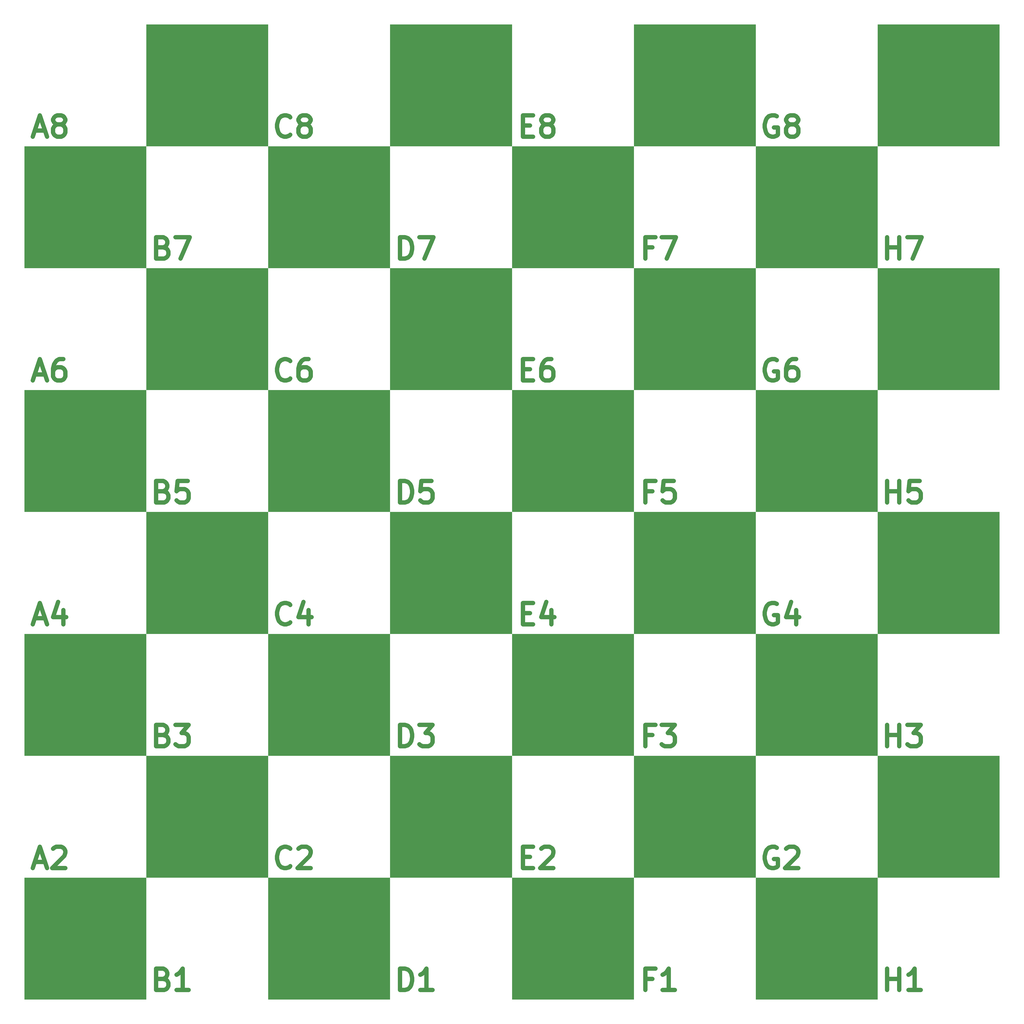
<source format=gbr>
%TF.GenerationSoftware,KiCad,Pcbnew,9.0.4*%
%TF.CreationDate,2025-10-05T06:40:32-04:00*%
%TF.ProjectId,tf_chess,74665f63-6865-4737-932e-6b696361645f,rev?*%
%TF.SameCoordinates,Original*%
%TF.FileFunction,Soldermask,Top*%
%TF.FilePolarity,Negative*%
%FSLAX46Y46*%
G04 Gerber Fmt 4.6, Leading zero omitted, Abs format (unit mm)*
G04 Created by KiCad (PCBNEW 9.0.4) date 2025-10-05 06:40:32*
%MOMM*%
%LPD*%
G01*
G04 APERTURE LIST*
%ADD10C,2.000000*%
G04 APERTURE END LIST*
G36*
X235500000Y-124000000D02*
G01*
X292500000Y-124000000D01*
X292500000Y-181000000D01*
X235500000Y-181000000D01*
X235500000Y-124000000D01*
G37*
G36*
X64500000Y-295000000D02*
G01*
X121500000Y-295000000D01*
X121500000Y-352000000D01*
X64500000Y-352000000D01*
X64500000Y-295000000D01*
G37*
G36*
X349500000Y-238000000D02*
G01*
X406500000Y-238000000D01*
X406500000Y-295000000D01*
X349500000Y-295000000D01*
X349500000Y-238000000D01*
G37*
G36*
X292500000Y-295000000D02*
G01*
X349500000Y-295000000D01*
X349500000Y-352000000D01*
X292500000Y-352000000D01*
X292500000Y-295000000D01*
G37*
G36*
X-49500000Y47000000D02*
G01*
X7500000Y47000000D01*
X7500000Y-10000000D01*
X-49500000Y-10000000D01*
X-49500000Y47000000D01*
G37*
G36*
X7500000Y104000000D02*
G01*
X64500000Y104000000D01*
X64500000Y47000000D01*
X7500000Y47000000D01*
X7500000Y104000000D01*
G37*
G36*
X178500000Y-181000000D02*
G01*
X235500000Y-181000000D01*
X235500000Y-238000000D01*
X178500000Y-238000000D01*
X178500000Y-181000000D01*
G37*
G36*
X292500000Y-67000000D02*
G01*
X349500000Y-67000000D01*
X349500000Y-124000000D01*
X292500000Y-124000000D01*
X292500000Y-67000000D01*
G37*
G36*
X178500000Y47000000D02*
G01*
X235500000Y47000000D01*
X235500000Y-10000000D01*
X178500000Y-10000000D01*
X178500000Y47000000D01*
G37*
G36*
X-49500000Y-181000000D02*
G01*
X7500000Y-181000000D01*
X7500000Y-238000000D01*
X-49500000Y-238000000D01*
X-49500000Y-181000000D01*
G37*
G36*
X235500000Y-238000000D02*
G01*
X292500000Y-238000000D01*
X292500000Y-295000000D01*
X235500000Y-295000000D01*
X235500000Y-238000000D01*
G37*
G36*
X292500000Y47000000D02*
G01*
X349500000Y47000000D01*
X349500000Y-10000000D01*
X292500000Y-10000000D01*
X292500000Y47000000D01*
G37*
G36*
X121500000Y-10000000D02*
G01*
X178500000Y-10000000D01*
X178500000Y-67000000D01*
X121500000Y-67000000D01*
X121500000Y-10000000D01*
G37*
G36*
X349500000Y-10000000D02*
G01*
X406500000Y-10000000D01*
X406500000Y-67000000D01*
X349500000Y-67000000D01*
X349500000Y-10000000D01*
G37*
G36*
X64500000Y-67000000D02*
G01*
X121500000Y-67000000D01*
X121500000Y-124000000D01*
X64500000Y-124000000D01*
X64500000Y-67000000D01*
G37*
G36*
X64500000Y47000000D02*
G01*
X121500000Y47000000D01*
X121500000Y-10000000D01*
X64500000Y-10000000D01*
X64500000Y47000000D01*
G37*
G36*
X-49500000Y-295000000D02*
G01*
X7500000Y-295000000D01*
X7500000Y-352000000D01*
X-49500000Y-352000000D01*
X-49500000Y-295000000D01*
G37*
G36*
X121500000Y-238000000D02*
G01*
X178500000Y-238000000D01*
X178500000Y-295000000D01*
X121500000Y-295000000D01*
X121500000Y-238000000D01*
G37*
G36*
X64500000Y-181000000D02*
G01*
X121500000Y-181000000D01*
X121500000Y-238000000D01*
X64500000Y-238000000D01*
X64500000Y-181000000D01*
G37*
G36*
X178500000Y-295000000D02*
G01*
X235500000Y-295000000D01*
X235500000Y-352000000D01*
X178500000Y-352000000D01*
X178500000Y-295000000D01*
G37*
G36*
X7500000Y-124000000D02*
G01*
X64500000Y-124000000D01*
X64500000Y-181000000D01*
X7500000Y-181000000D01*
X7500000Y-124000000D01*
G37*
G36*
X349500000Y104000000D02*
G01*
X406500000Y104000000D01*
X406500000Y47000000D01*
X349500000Y47000000D01*
X349500000Y104000000D01*
G37*
G36*
X235500000Y-10000000D02*
G01*
X292500000Y-10000000D01*
X292500000Y-67000000D01*
X235500000Y-67000000D01*
X235500000Y-10000000D01*
G37*
G36*
X121500000Y104000000D02*
G01*
X178500000Y104000000D01*
X178500000Y47000000D01*
X121500000Y47000000D01*
X121500000Y104000000D01*
G37*
G36*
X349500000Y-124000000D02*
G01*
X406500000Y-124000000D01*
X406500000Y-181000000D01*
X349500000Y-181000000D01*
X349500000Y-124000000D01*
G37*
G36*
X178500000Y-67000000D02*
G01*
X235500000Y-67000000D01*
X235500000Y-124000000D01*
X178500000Y-124000000D01*
X178500000Y-67000000D01*
G37*
G36*
X7500000Y-10000000D02*
G01*
X64500000Y-10000000D01*
X64500000Y-67000000D01*
X7500000Y-67000000D01*
X7500000Y-10000000D01*
G37*
G36*
X121500000Y-124000000D02*
G01*
X178500000Y-124000000D01*
X178500000Y-181000000D01*
X121500000Y-181000000D01*
X121500000Y-124000000D01*
G37*
G36*
X292500000Y-181000000D02*
G01*
X349500000Y-181000000D01*
X349500000Y-238000000D01*
X292500000Y-238000000D01*
X292500000Y-181000000D01*
G37*
G36*
X235500000Y104000000D02*
G01*
X292500000Y104000000D01*
X292500000Y47000000D01*
X235500000Y47000000D01*
X235500000Y104000000D01*
G37*
G36*
X-49500000Y-67000000D02*
G01*
X7500000Y-67000000D01*
X7500000Y-124000000D01*
X-49500000Y-124000000D01*
X-49500000Y-67000000D01*
G37*
G36*
X7500000Y-238000000D02*
G01*
X64500000Y-238000000D01*
X64500000Y-295000000D01*
X7500000Y-295000000D01*
X7500000Y-238000000D01*
G37*
D10*
X74833333Y-175569809D02*
X74357142Y-176046000D01*
X74357142Y-176046000D02*
X72928571Y-176522190D01*
X72928571Y-176522190D02*
X71976190Y-176522190D01*
X71976190Y-176522190D02*
X70547618Y-176046000D01*
X70547618Y-176046000D02*
X69595237Y-175093619D01*
X69595237Y-175093619D02*
X69119047Y-174141238D01*
X69119047Y-174141238D02*
X68642856Y-172236476D01*
X68642856Y-172236476D02*
X68642856Y-170807904D01*
X68642856Y-170807904D02*
X69119047Y-168903142D01*
X69119047Y-168903142D02*
X69595237Y-167950761D01*
X69595237Y-167950761D02*
X70547618Y-166998380D01*
X70547618Y-166998380D02*
X71976190Y-166522190D01*
X71976190Y-166522190D02*
X72928571Y-166522190D01*
X72928571Y-166522190D02*
X74357142Y-166998380D01*
X74357142Y-166998380D02*
X74833333Y-167474571D01*
X83404761Y-169855523D02*
X83404761Y-176522190D01*
X81023809Y-166046000D02*
X78642856Y-173188857D01*
X78642856Y-173188857D02*
X84833333Y-173188857D01*
X74833333Y52430190D02*
X74357142Y51954000D01*
X74357142Y51954000D02*
X72928571Y51477809D01*
X72928571Y51477809D02*
X71976190Y51477809D01*
X71976190Y51477809D02*
X70547618Y51954000D01*
X70547618Y51954000D02*
X69595237Y52906380D01*
X69595237Y52906380D02*
X69119047Y53858761D01*
X69119047Y53858761D02*
X68642856Y55763523D01*
X68642856Y55763523D02*
X68642856Y57192095D01*
X68642856Y57192095D02*
X69119047Y59096857D01*
X69119047Y59096857D02*
X69595237Y60049238D01*
X69595237Y60049238D02*
X70547618Y61001619D01*
X70547618Y61001619D02*
X71976190Y61477809D01*
X71976190Y61477809D02*
X72928571Y61477809D01*
X72928571Y61477809D02*
X74357142Y61001619D01*
X74357142Y61001619D02*
X74833333Y60525428D01*
X80547618Y57192095D02*
X79595237Y57668285D01*
X79595237Y57668285D02*
X79119047Y58144476D01*
X79119047Y58144476D02*
X78642856Y59096857D01*
X78642856Y59096857D02*
X78642856Y59573047D01*
X78642856Y59573047D02*
X79119047Y60525428D01*
X79119047Y60525428D02*
X79595237Y61001619D01*
X79595237Y61001619D02*
X80547618Y61477809D01*
X80547618Y61477809D02*
X82452380Y61477809D01*
X82452380Y61477809D02*
X83404761Y61001619D01*
X83404761Y61001619D02*
X83880952Y60525428D01*
X83880952Y60525428D02*
X84357142Y59573047D01*
X84357142Y59573047D02*
X84357142Y59096857D01*
X84357142Y59096857D02*
X83880952Y58144476D01*
X83880952Y58144476D02*
X83404761Y57668285D01*
X83404761Y57668285D02*
X82452380Y57192095D01*
X82452380Y57192095D02*
X80547618Y57192095D01*
X80547618Y57192095D02*
X79595237Y56715904D01*
X79595237Y56715904D02*
X79119047Y56239714D01*
X79119047Y56239714D02*
X78642856Y55287333D01*
X78642856Y55287333D02*
X78642856Y53382571D01*
X78642856Y53382571D02*
X79119047Y52430190D01*
X79119047Y52430190D02*
X79595237Y51954000D01*
X79595237Y51954000D02*
X80547618Y51477809D01*
X80547618Y51477809D02*
X82452380Y51477809D01*
X82452380Y51477809D02*
X83404761Y51954000D01*
X83404761Y51954000D02*
X83880952Y52430190D01*
X83880952Y52430190D02*
X84357142Y53382571D01*
X84357142Y53382571D02*
X84357142Y55287333D01*
X84357142Y55287333D02*
X83880952Y56239714D01*
X83880952Y56239714D02*
X83404761Y56715904D01*
X83404761Y56715904D02*
X82452380Y57192095D01*
X126119047Y-5522190D02*
X126119047Y4477809D01*
X126119047Y4477809D02*
X128499999Y4477809D01*
X128499999Y4477809D02*
X129928571Y4001619D01*
X129928571Y4001619D02*
X130880952Y3049238D01*
X130880952Y3049238D02*
X131357142Y2096857D01*
X131357142Y2096857D02*
X131833333Y192095D01*
X131833333Y192095D02*
X131833333Y-1236476D01*
X131833333Y-1236476D02*
X131357142Y-3141238D01*
X131357142Y-3141238D02*
X130880952Y-4093619D01*
X130880952Y-4093619D02*
X129928571Y-5046000D01*
X129928571Y-5046000D02*
X128499999Y-5522190D01*
X128499999Y-5522190D02*
X126119047Y-5522190D01*
X135166666Y4477809D02*
X141833333Y4477809D01*
X141833333Y4477809D02*
X137547618Y-5522190D01*
X15452380Y-342284095D02*
X16880952Y-342760285D01*
X16880952Y-342760285D02*
X17357142Y-343236476D01*
X17357142Y-343236476D02*
X17833333Y-344188857D01*
X17833333Y-344188857D02*
X17833333Y-345617428D01*
X17833333Y-345617428D02*
X17357142Y-346569809D01*
X17357142Y-346569809D02*
X16880952Y-347046000D01*
X16880952Y-347046000D02*
X15928571Y-347522190D01*
X15928571Y-347522190D02*
X12119047Y-347522190D01*
X12119047Y-347522190D02*
X12119047Y-337522190D01*
X12119047Y-337522190D02*
X15452380Y-337522190D01*
X15452380Y-337522190D02*
X16404761Y-337998380D01*
X16404761Y-337998380D02*
X16880952Y-338474571D01*
X16880952Y-338474571D02*
X17357142Y-339426952D01*
X17357142Y-339426952D02*
X17357142Y-340379333D01*
X17357142Y-340379333D02*
X16880952Y-341331714D01*
X16880952Y-341331714D02*
X16404761Y-341807904D01*
X16404761Y-341807904D02*
X15452380Y-342284095D01*
X15452380Y-342284095D02*
X12119047Y-342284095D01*
X27357142Y-347522190D02*
X21642856Y-347522190D01*
X24499999Y-347522190D02*
X24499999Y-337522190D01*
X24499999Y-337522190D02*
X23547618Y-338950761D01*
X23547618Y-338950761D02*
X22595237Y-339903142D01*
X22595237Y-339903142D02*
X21642856Y-340379333D01*
X-44642857Y-173665047D02*
X-39880952Y-173665047D01*
X-45595238Y-176522190D02*
X-42261904Y-166522190D01*
X-42261904Y-166522190D02*
X-38928571Y-176522190D01*
X-31309523Y-169855523D02*
X-31309523Y-176522190D01*
X-33690475Y-166046000D02*
X-36071428Y-173188857D01*
X-36071428Y-173188857D02*
X-29880951Y-173188857D01*
X183595238Y56715904D02*
X186928571Y56715904D01*
X188357143Y51477809D02*
X183595238Y51477809D01*
X183595238Y51477809D02*
X183595238Y61477809D01*
X183595238Y61477809D02*
X188357143Y61477809D01*
X194071428Y57192095D02*
X193119047Y57668285D01*
X193119047Y57668285D02*
X192642857Y58144476D01*
X192642857Y58144476D02*
X192166666Y59096857D01*
X192166666Y59096857D02*
X192166666Y59573047D01*
X192166666Y59573047D02*
X192642857Y60525428D01*
X192642857Y60525428D02*
X193119047Y61001619D01*
X193119047Y61001619D02*
X194071428Y61477809D01*
X194071428Y61477809D02*
X195976190Y61477809D01*
X195976190Y61477809D02*
X196928571Y61001619D01*
X196928571Y61001619D02*
X197404762Y60525428D01*
X197404762Y60525428D02*
X197880952Y59573047D01*
X197880952Y59573047D02*
X197880952Y59096857D01*
X197880952Y59096857D02*
X197404762Y58144476D01*
X197404762Y58144476D02*
X196928571Y57668285D01*
X196928571Y57668285D02*
X195976190Y57192095D01*
X195976190Y57192095D02*
X194071428Y57192095D01*
X194071428Y57192095D02*
X193119047Y56715904D01*
X193119047Y56715904D02*
X192642857Y56239714D01*
X192642857Y56239714D02*
X192166666Y55287333D01*
X192166666Y55287333D02*
X192166666Y53382571D01*
X192166666Y53382571D02*
X192642857Y52430190D01*
X192642857Y52430190D02*
X193119047Y51954000D01*
X193119047Y51954000D02*
X194071428Y51477809D01*
X194071428Y51477809D02*
X195976190Y51477809D01*
X195976190Y51477809D02*
X196928571Y51954000D01*
X196928571Y51954000D02*
X197404762Y52430190D01*
X197404762Y52430190D02*
X197880952Y53382571D01*
X197880952Y53382571D02*
X197880952Y55287333D01*
X197880952Y55287333D02*
X197404762Y56239714D01*
X197404762Y56239714D02*
X196928571Y56715904D01*
X196928571Y56715904D02*
X195976190Y57192095D01*
X-44642857Y54334952D02*
X-39880952Y54334952D01*
X-45595238Y51477809D02*
X-42261904Y61477809D01*
X-42261904Y61477809D02*
X-38928571Y51477809D01*
X-34166666Y57192095D02*
X-35119047Y57668285D01*
X-35119047Y57668285D02*
X-35595237Y58144476D01*
X-35595237Y58144476D02*
X-36071428Y59096857D01*
X-36071428Y59096857D02*
X-36071428Y59573047D01*
X-36071428Y59573047D02*
X-35595237Y60525428D01*
X-35595237Y60525428D02*
X-35119047Y61001619D01*
X-35119047Y61001619D02*
X-34166666Y61477809D01*
X-34166666Y61477809D02*
X-32261904Y61477809D01*
X-32261904Y61477809D02*
X-31309523Y61001619D01*
X-31309523Y61001619D02*
X-30833332Y60525428D01*
X-30833332Y60525428D02*
X-30357142Y59573047D01*
X-30357142Y59573047D02*
X-30357142Y59096857D01*
X-30357142Y59096857D02*
X-30833332Y58144476D01*
X-30833332Y58144476D02*
X-31309523Y57668285D01*
X-31309523Y57668285D02*
X-32261904Y57192095D01*
X-32261904Y57192095D02*
X-34166666Y57192095D01*
X-34166666Y57192095D02*
X-35119047Y56715904D01*
X-35119047Y56715904D02*
X-35595237Y56239714D01*
X-35595237Y56239714D02*
X-36071428Y55287333D01*
X-36071428Y55287333D02*
X-36071428Y53382571D01*
X-36071428Y53382571D02*
X-35595237Y52430190D01*
X-35595237Y52430190D02*
X-35119047Y51954000D01*
X-35119047Y51954000D02*
X-34166666Y51477809D01*
X-34166666Y51477809D02*
X-32261904Y51477809D01*
X-32261904Y51477809D02*
X-31309523Y51954000D01*
X-31309523Y51954000D02*
X-30833332Y52430190D01*
X-30833332Y52430190D02*
X-30357142Y53382571D01*
X-30357142Y53382571D02*
X-30357142Y55287333D01*
X-30357142Y55287333D02*
X-30833332Y56239714D01*
X-30833332Y56239714D02*
X-31309523Y56715904D01*
X-31309523Y56715904D02*
X-32261904Y57192095D01*
X353880952Y-5522190D02*
X353880952Y4477809D01*
X353880952Y-284095D02*
X359595238Y-284095D01*
X359595238Y-5522190D02*
X359595238Y4477809D01*
X363404761Y4477809D02*
X370071428Y4477809D01*
X370071428Y4477809D02*
X365785713Y-5522190D01*
X353880952Y-119522190D02*
X353880952Y-109522190D01*
X353880952Y-114284095D02*
X359595238Y-114284095D01*
X359595238Y-119522190D02*
X359595238Y-109522190D01*
X369119047Y-109522190D02*
X364357142Y-109522190D01*
X364357142Y-109522190D02*
X363880951Y-114284095D01*
X363880951Y-114284095D02*
X364357142Y-113807904D01*
X364357142Y-113807904D02*
X365309523Y-113331714D01*
X365309523Y-113331714D02*
X367690475Y-113331714D01*
X367690475Y-113331714D02*
X368642856Y-113807904D01*
X368642856Y-113807904D02*
X369119047Y-114284095D01*
X369119047Y-114284095D02*
X369595237Y-115236476D01*
X369595237Y-115236476D02*
X369595237Y-117617428D01*
X369595237Y-117617428D02*
X369119047Y-118569809D01*
X369119047Y-118569809D02*
X368642856Y-119046000D01*
X368642856Y-119046000D02*
X367690475Y-119522190D01*
X367690475Y-119522190D02*
X365309523Y-119522190D01*
X365309523Y-119522190D02*
X364357142Y-119046000D01*
X364357142Y-119046000D02*
X363880951Y-118569809D01*
X244166666Y-284095D02*
X240833333Y-284095D01*
X240833333Y-5522190D02*
X240833333Y4477809D01*
X240833333Y4477809D02*
X245595238Y4477809D01*
X248452381Y4477809D02*
X255119048Y4477809D01*
X255119048Y4477809D02*
X250833333Y-5522190D01*
X-44642857Y-59665047D02*
X-39880952Y-59665047D01*
X-45595238Y-62522190D02*
X-42261904Y-52522190D01*
X-42261904Y-52522190D02*
X-38928571Y-62522190D01*
X-31309523Y-52522190D02*
X-33214285Y-52522190D01*
X-33214285Y-52522190D02*
X-34166666Y-52998380D01*
X-34166666Y-52998380D02*
X-34642856Y-53474571D01*
X-34642856Y-53474571D02*
X-35595237Y-54903142D01*
X-35595237Y-54903142D02*
X-36071428Y-56807904D01*
X-36071428Y-56807904D02*
X-36071428Y-60617428D01*
X-36071428Y-60617428D02*
X-35595237Y-61569809D01*
X-35595237Y-61569809D02*
X-35119047Y-62046000D01*
X-35119047Y-62046000D02*
X-34166666Y-62522190D01*
X-34166666Y-62522190D02*
X-32261904Y-62522190D01*
X-32261904Y-62522190D02*
X-31309523Y-62046000D01*
X-31309523Y-62046000D02*
X-30833332Y-61569809D01*
X-30833332Y-61569809D02*
X-30357142Y-60617428D01*
X-30357142Y-60617428D02*
X-30357142Y-58236476D01*
X-30357142Y-58236476D02*
X-30833332Y-57284095D01*
X-30833332Y-57284095D02*
X-31309523Y-56807904D01*
X-31309523Y-56807904D02*
X-32261904Y-56331714D01*
X-32261904Y-56331714D02*
X-34166666Y-56331714D01*
X-34166666Y-56331714D02*
X-35119047Y-56807904D01*
X-35119047Y-56807904D02*
X-35595237Y-57284095D01*
X-35595237Y-57284095D02*
X-36071428Y-58236476D01*
X183595238Y-285284095D02*
X186928571Y-285284095D01*
X188357143Y-290522190D02*
X183595238Y-290522190D01*
X183595238Y-290522190D02*
X183595238Y-280522190D01*
X183595238Y-280522190D02*
X188357143Y-280522190D01*
X192166666Y-281474571D02*
X192642857Y-280998380D01*
X192642857Y-280998380D02*
X193595238Y-280522190D01*
X193595238Y-280522190D02*
X195976190Y-280522190D01*
X195976190Y-280522190D02*
X196928571Y-280998380D01*
X196928571Y-280998380D02*
X197404762Y-281474571D01*
X197404762Y-281474571D02*
X197880952Y-282426952D01*
X197880952Y-282426952D02*
X197880952Y-283379333D01*
X197880952Y-283379333D02*
X197404762Y-284807904D01*
X197404762Y-284807904D02*
X191690476Y-290522190D01*
X191690476Y-290522190D02*
X197880952Y-290522190D01*
X126119047Y-347522190D02*
X126119047Y-337522190D01*
X126119047Y-337522190D02*
X128499999Y-337522190D01*
X128499999Y-337522190D02*
X129928571Y-337998380D01*
X129928571Y-337998380D02*
X130880952Y-338950761D01*
X130880952Y-338950761D02*
X131357142Y-339903142D01*
X131357142Y-339903142D02*
X131833333Y-341807904D01*
X131833333Y-341807904D02*
X131833333Y-343236476D01*
X131833333Y-343236476D02*
X131357142Y-345141238D01*
X131357142Y-345141238D02*
X130880952Y-346093619D01*
X130880952Y-346093619D02*
X129928571Y-347046000D01*
X129928571Y-347046000D02*
X128499999Y-347522190D01*
X128499999Y-347522190D02*
X126119047Y-347522190D01*
X141357142Y-347522190D02*
X135642856Y-347522190D01*
X138499999Y-347522190D02*
X138499999Y-337522190D01*
X138499999Y-337522190D02*
X137547618Y-338950761D01*
X137547618Y-338950761D02*
X136595237Y-339903142D01*
X136595237Y-339903142D02*
X135642856Y-340379333D01*
X302357142Y-52998380D02*
X301404761Y-52522190D01*
X301404761Y-52522190D02*
X299976190Y-52522190D01*
X299976190Y-52522190D02*
X298547618Y-52998380D01*
X298547618Y-52998380D02*
X297595237Y-53950761D01*
X297595237Y-53950761D02*
X297119047Y-54903142D01*
X297119047Y-54903142D02*
X296642856Y-56807904D01*
X296642856Y-56807904D02*
X296642856Y-58236476D01*
X296642856Y-58236476D02*
X297119047Y-60141238D01*
X297119047Y-60141238D02*
X297595237Y-61093619D01*
X297595237Y-61093619D02*
X298547618Y-62046000D01*
X298547618Y-62046000D02*
X299976190Y-62522190D01*
X299976190Y-62522190D02*
X300928571Y-62522190D01*
X300928571Y-62522190D02*
X302357142Y-62046000D01*
X302357142Y-62046000D02*
X302833333Y-61569809D01*
X302833333Y-61569809D02*
X302833333Y-58236476D01*
X302833333Y-58236476D02*
X300928571Y-58236476D01*
X311404761Y-52522190D02*
X309499999Y-52522190D01*
X309499999Y-52522190D02*
X308547618Y-52998380D01*
X308547618Y-52998380D02*
X308071428Y-53474571D01*
X308071428Y-53474571D02*
X307119047Y-54903142D01*
X307119047Y-54903142D02*
X306642856Y-56807904D01*
X306642856Y-56807904D02*
X306642856Y-60617428D01*
X306642856Y-60617428D02*
X307119047Y-61569809D01*
X307119047Y-61569809D02*
X307595237Y-62046000D01*
X307595237Y-62046000D02*
X308547618Y-62522190D01*
X308547618Y-62522190D02*
X310452380Y-62522190D01*
X310452380Y-62522190D02*
X311404761Y-62046000D01*
X311404761Y-62046000D02*
X311880952Y-61569809D01*
X311880952Y-61569809D02*
X312357142Y-60617428D01*
X312357142Y-60617428D02*
X312357142Y-58236476D01*
X312357142Y-58236476D02*
X311880952Y-57284095D01*
X311880952Y-57284095D02*
X311404761Y-56807904D01*
X311404761Y-56807904D02*
X310452380Y-56331714D01*
X310452380Y-56331714D02*
X308547618Y-56331714D01*
X308547618Y-56331714D02*
X307595237Y-56807904D01*
X307595237Y-56807904D02*
X307119047Y-57284095D01*
X307119047Y-57284095D02*
X306642856Y-58236476D01*
X74833333Y-61569809D02*
X74357142Y-62046000D01*
X74357142Y-62046000D02*
X72928571Y-62522190D01*
X72928571Y-62522190D02*
X71976190Y-62522190D01*
X71976190Y-62522190D02*
X70547618Y-62046000D01*
X70547618Y-62046000D02*
X69595237Y-61093619D01*
X69595237Y-61093619D02*
X69119047Y-60141238D01*
X69119047Y-60141238D02*
X68642856Y-58236476D01*
X68642856Y-58236476D02*
X68642856Y-56807904D01*
X68642856Y-56807904D02*
X69119047Y-54903142D01*
X69119047Y-54903142D02*
X69595237Y-53950761D01*
X69595237Y-53950761D02*
X70547618Y-52998380D01*
X70547618Y-52998380D02*
X71976190Y-52522190D01*
X71976190Y-52522190D02*
X72928571Y-52522190D01*
X72928571Y-52522190D02*
X74357142Y-52998380D01*
X74357142Y-52998380D02*
X74833333Y-53474571D01*
X83404761Y-52522190D02*
X81499999Y-52522190D01*
X81499999Y-52522190D02*
X80547618Y-52998380D01*
X80547618Y-52998380D02*
X80071428Y-53474571D01*
X80071428Y-53474571D02*
X79119047Y-54903142D01*
X79119047Y-54903142D02*
X78642856Y-56807904D01*
X78642856Y-56807904D02*
X78642856Y-60617428D01*
X78642856Y-60617428D02*
X79119047Y-61569809D01*
X79119047Y-61569809D02*
X79595237Y-62046000D01*
X79595237Y-62046000D02*
X80547618Y-62522190D01*
X80547618Y-62522190D02*
X82452380Y-62522190D01*
X82452380Y-62522190D02*
X83404761Y-62046000D01*
X83404761Y-62046000D02*
X83880952Y-61569809D01*
X83880952Y-61569809D02*
X84357142Y-60617428D01*
X84357142Y-60617428D02*
X84357142Y-58236476D01*
X84357142Y-58236476D02*
X83880952Y-57284095D01*
X83880952Y-57284095D02*
X83404761Y-56807904D01*
X83404761Y-56807904D02*
X82452380Y-56331714D01*
X82452380Y-56331714D02*
X80547618Y-56331714D01*
X80547618Y-56331714D02*
X79595237Y-56807904D01*
X79595237Y-56807904D02*
X79119047Y-57284095D01*
X79119047Y-57284095D02*
X78642856Y-58236476D01*
X302357142Y61001619D02*
X301404761Y61477809D01*
X301404761Y61477809D02*
X299976190Y61477809D01*
X299976190Y61477809D02*
X298547618Y61001619D01*
X298547618Y61001619D02*
X297595237Y60049238D01*
X297595237Y60049238D02*
X297119047Y59096857D01*
X297119047Y59096857D02*
X296642856Y57192095D01*
X296642856Y57192095D02*
X296642856Y55763523D01*
X296642856Y55763523D02*
X297119047Y53858761D01*
X297119047Y53858761D02*
X297595237Y52906380D01*
X297595237Y52906380D02*
X298547618Y51954000D01*
X298547618Y51954000D02*
X299976190Y51477809D01*
X299976190Y51477809D02*
X300928571Y51477809D01*
X300928571Y51477809D02*
X302357142Y51954000D01*
X302357142Y51954000D02*
X302833333Y52430190D01*
X302833333Y52430190D02*
X302833333Y55763523D01*
X302833333Y55763523D02*
X300928571Y55763523D01*
X308547618Y57192095D02*
X307595237Y57668285D01*
X307595237Y57668285D02*
X307119047Y58144476D01*
X307119047Y58144476D02*
X306642856Y59096857D01*
X306642856Y59096857D02*
X306642856Y59573047D01*
X306642856Y59573047D02*
X307119047Y60525428D01*
X307119047Y60525428D02*
X307595237Y61001619D01*
X307595237Y61001619D02*
X308547618Y61477809D01*
X308547618Y61477809D02*
X310452380Y61477809D01*
X310452380Y61477809D02*
X311404761Y61001619D01*
X311404761Y61001619D02*
X311880952Y60525428D01*
X311880952Y60525428D02*
X312357142Y59573047D01*
X312357142Y59573047D02*
X312357142Y59096857D01*
X312357142Y59096857D02*
X311880952Y58144476D01*
X311880952Y58144476D02*
X311404761Y57668285D01*
X311404761Y57668285D02*
X310452380Y57192095D01*
X310452380Y57192095D02*
X308547618Y57192095D01*
X308547618Y57192095D02*
X307595237Y56715904D01*
X307595237Y56715904D02*
X307119047Y56239714D01*
X307119047Y56239714D02*
X306642856Y55287333D01*
X306642856Y55287333D02*
X306642856Y53382571D01*
X306642856Y53382571D02*
X307119047Y52430190D01*
X307119047Y52430190D02*
X307595237Y51954000D01*
X307595237Y51954000D02*
X308547618Y51477809D01*
X308547618Y51477809D02*
X310452380Y51477809D01*
X310452380Y51477809D02*
X311404761Y51954000D01*
X311404761Y51954000D02*
X311880952Y52430190D01*
X311880952Y52430190D02*
X312357142Y53382571D01*
X312357142Y53382571D02*
X312357142Y55287333D01*
X312357142Y55287333D02*
X311880952Y56239714D01*
X311880952Y56239714D02*
X311404761Y56715904D01*
X311404761Y56715904D02*
X310452380Y57192095D01*
X15452380Y-284095D02*
X16880952Y-760285D01*
X16880952Y-760285D02*
X17357142Y-1236476D01*
X17357142Y-1236476D02*
X17833333Y-2188857D01*
X17833333Y-2188857D02*
X17833333Y-3617428D01*
X17833333Y-3617428D02*
X17357142Y-4569809D01*
X17357142Y-4569809D02*
X16880952Y-5046000D01*
X16880952Y-5046000D02*
X15928571Y-5522190D01*
X15928571Y-5522190D02*
X12119047Y-5522190D01*
X12119047Y-5522190D02*
X12119047Y4477809D01*
X12119047Y4477809D02*
X15452380Y4477809D01*
X15452380Y4477809D02*
X16404761Y4001619D01*
X16404761Y4001619D02*
X16880952Y3525428D01*
X16880952Y3525428D02*
X17357142Y2573047D01*
X17357142Y2573047D02*
X17357142Y1620666D01*
X17357142Y1620666D02*
X16880952Y668285D01*
X16880952Y668285D02*
X16404761Y192095D01*
X16404761Y192095D02*
X15452380Y-284095D01*
X15452380Y-284095D02*
X12119047Y-284095D01*
X21166666Y4477809D02*
X27833333Y4477809D01*
X27833333Y4477809D02*
X23547618Y-5522190D01*
X244166666Y-114284095D02*
X240833333Y-114284095D01*
X240833333Y-119522190D02*
X240833333Y-109522190D01*
X240833333Y-109522190D02*
X245595238Y-109522190D01*
X254166667Y-109522190D02*
X249404762Y-109522190D01*
X249404762Y-109522190D02*
X248928571Y-114284095D01*
X248928571Y-114284095D02*
X249404762Y-113807904D01*
X249404762Y-113807904D02*
X250357143Y-113331714D01*
X250357143Y-113331714D02*
X252738095Y-113331714D01*
X252738095Y-113331714D02*
X253690476Y-113807904D01*
X253690476Y-113807904D02*
X254166667Y-114284095D01*
X254166667Y-114284095D02*
X254642857Y-115236476D01*
X254642857Y-115236476D02*
X254642857Y-117617428D01*
X254642857Y-117617428D02*
X254166667Y-118569809D01*
X254166667Y-118569809D02*
X253690476Y-119046000D01*
X253690476Y-119046000D02*
X252738095Y-119522190D01*
X252738095Y-119522190D02*
X250357143Y-119522190D01*
X250357143Y-119522190D02*
X249404762Y-119046000D01*
X249404762Y-119046000D02*
X248928571Y-118569809D01*
X302357142Y-280998380D02*
X301404761Y-280522190D01*
X301404761Y-280522190D02*
X299976190Y-280522190D01*
X299976190Y-280522190D02*
X298547618Y-280998380D01*
X298547618Y-280998380D02*
X297595237Y-281950761D01*
X297595237Y-281950761D02*
X297119047Y-282903142D01*
X297119047Y-282903142D02*
X296642856Y-284807904D01*
X296642856Y-284807904D02*
X296642856Y-286236476D01*
X296642856Y-286236476D02*
X297119047Y-288141238D01*
X297119047Y-288141238D02*
X297595237Y-289093619D01*
X297595237Y-289093619D02*
X298547618Y-290046000D01*
X298547618Y-290046000D02*
X299976190Y-290522190D01*
X299976190Y-290522190D02*
X300928571Y-290522190D01*
X300928571Y-290522190D02*
X302357142Y-290046000D01*
X302357142Y-290046000D02*
X302833333Y-289569809D01*
X302833333Y-289569809D02*
X302833333Y-286236476D01*
X302833333Y-286236476D02*
X300928571Y-286236476D01*
X306642856Y-281474571D02*
X307119047Y-280998380D01*
X307119047Y-280998380D02*
X308071428Y-280522190D01*
X308071428Y-280522190D02*
X310452380Y-280522190D01*
X310452380Y-280522190D02*
X311404761Y-280998380D01*
X311404761Y-280998380D02*
X311880952Y-281474571D01*
X311880952Y-281474571D02*
X312357142Y-282426952D01*
X312357142Y-282426952D02*
X312357142Y-283379333D01*
X312357142Y-283379333D02*
X311880952Y-284807904D01*
X311880952Y-284807904D02*
X306166666Y-290522190D01*
X306166666Y-290522190D02*
X312357142Y-290522190D01*
X15452380Y-228284095D02*
X16880952Y-228760285D01*
X16880952Y-228760285D02*
X17357142Y-229236476D01*
X17357142Y-229236476D02*
X17833333Y-230188857D01*
X17833333Y-230188857D02*
X17833333Y-231617428D01*
X17833333Y-231617428D02*
X17357142Y-232569809D01*
X17357142Y-232569809D02*
X16880952Y-233046000D01*
X16880952Y-233046000D02*
X15928571Y-233522190D01*
X15928571Y-233522190D02*
X12119047Y-233522190D01*
X12119047Y-233522190D02*
X12119047Y-223522190D01*
X12119047Y-223522190D02*
X15452380Y-223522190D01*
X15452380Y-223522190D02*
X16404761Y-223998380D01*
X16404761Y-223998380D02*
X16880952Y-224474571D01*
X16880952Y-224474571D02*
X17357142Y-225426952D01*
X17357142Y-225426952D02*
X17357142Y-226379333D01*
X17357142Y-226379333D02*
X16880952Y-227331714D01*
X16880952Y-227331714D02*
X16404761Y-227807904D01*
X16404761Y-227807904D02*
X15452380Y-228284095D01*
X15452380Y-228284095D02*
X12119047Y-228284095D01*
X21166666Y-223522190D02*
X27357142Y-223522190D01*
X27357142Y-223522190D02*
X24023809Y-227331714D01*
X24023809Y-227331714D02*
X25452380Y-227331714D01*
X25452380Y-227331714D02*
X26404761Y-227807904D01*
X26404761Y-227807904D02*
X26880952Y-228284095D01*
X26880952Y-228284095D02*
X27357142Y-229236476D01*
X27357142Y-229236476D02*
X27357142Y-231617428D01*
X27357142Y-231617428D02*
X26880952Y-232569809D01*
X26880952Y-232569809D02*
X26404761Y-233046000D01*
X26404761Y-233046000D02*
X25452380Y-233522190D01*
X25452380Y-233522190D02*
X22595237Y-233522190D01*
X22595237Y-233522190D02*
X21642856Y-233046000D01*
X21642856Y-233046000D02*
X21166666Y-232569809D01*
X74833333Y-289569809D02*
X74357142Y-290046000D01*
X74357142Y-290046000D02*
X72928571Y-290522190D01*
X72928571Y-290522190D02*
X71976190Y-290522190D01*
X71976190Y-290522190D02*
X70547618Y-290046000D01*
X70547618Y-290046000D02*
X69595237Y-289093619D01*
X69595237Y-289093619D02*
X69119047Y-288141238D01*
X69119047Y-288141238D02*
X68642856Y-286236476D01*
X68642856Y-286236476D02*
X68642856Y-284807904D01*
X68642856Y-284807904D02*
X69119047Y-282903142D01*
X69119047Y-282903142D02*
X69595237Y-281950761D01*
X69595237Y-281950761D02*
X70547618Y-280998380D01*
X70547618Y-280998380D02*
X71976190Y-280522190D01*
X71976190Y-280522190D02*
X72928571Y-280522190D01*
X72928571Y-280522190D02*
X74357142Y-280998380D01*
X74357142Y-280998380D02*
X74833333Y-281474571D01*
X78642856Y-281474571D02*
X79119047Y-280998380D01*
X79119047Y-280998380D02*
X80071428Y-280522190D01*
X80071428Y-280522190D02*
X82452380Y-280522190D01*
X82452380Y-280522190D02*
X83404761Y-280998380D01*
X83404761Y-280998380D02*
X83880952Y-281474571D01*
X83880952Y-281474571D02*
X84357142Y-282426952D01*
X84357142Y-282426952D02*
X84357142Y-283379333D01*
X84357142Y-283379333D02*
X83880952Y-284807904D01*
X83880952Y-284807904D02*
X78166666Y-290522190D01*
X78166666Y-290522190D02*
X84357142Y-290522190D01*
X15452380Y-114284095D02*
X16880952Y-114760285D01*
X16880952Y-114760285D02*
X17357142Y-115236476D01*
X17357142Y-115236476D02*
X17833333Y-116188857D01*
X17833333Y-116188857D02*
X17833333Y-117617428D01*
X17833333Y-117617428D02*
X17357142Y-118569809D01*
X17357142Y-118569809D02*
X16880952Y-119046000D01*
X16880952Y-119046000D02*
X15928571Y-119522190D01*
X15928571Y-119522190D02*
X12119047Y-119522190D01*
X12119047Y-119522190D02*
X12119047Y-109522190D01*
X12119047Y-109522190D02*
X15452380Y-109522190D01*
X15452380Y-109522190D02*
X16404761Y-109998380D01*
X16404761Y-109998380D02*
X16880952Y-110474571D01*
X16880952Y-110474571D02*
X17357142Y-111426952D01*
X17357142Y-111426952D02*
X17357142Y-112379333D01*
X17357142Y-112379333D02*
X16880952Y-113331714D01*
X16880952Y-113331714D02*
X16404761Y-113807904D01*
X16404761Y-113807904D02*
X15452380Y-114284095D01*
X15452380Y-114284095D02*
X12119047Y-114284095D01*
X26880952Y-109522190D02*
X22119047Y-109522190D01*
X22119047Y-109522190D02*
X21642856Y-114284095D01*
X21642856Y-114284095D02*
X22119047Y-113807904D01*
X22119047Y-113807904D02*
X23071428Y-113331714D01*
X23071428Y-113331714D02*
X25452380Y-113331714D01*
X25452380Y-113331714D02*
X26404761Y-113807904D01*
X26404761Y-113807904D02*
X26880952Y-114284095D01*
X26880952Y-114284095D02*
X27357142Y-115236476D01*
X27357142Y-115236476D02*
X27357142Y-117617428D01*
X27357142Y-117617428D02*
X26880952Y-118569809D01*
X26880952Y-118569809D02*
X26404761Y-119046000D01*
X26404761Y-119046000D02*
X25452380Y-119522190D01*
X25452380Y-119522190D02*
X23071428Y-119522190D01*
X23071428Y-119522190D02*
X22119047Y-119046000D01*
X22119047Y-119046000D02*
X21642856Y-118569809D01*
X126119047Y-119522190D02*
X126119047Y-109522190D01*
X126119047Y-109522190D02*
X128499999Y-109522190D01*
X128499999Y-109522190D02*
X129928571Y-109998380D01*
X129928571Y-109998380D02*
X130880952Y-110950761D01*
X130880952Y-110950761D02*
X131357142Y-111903142D01*
X131357142Y-111903142D02*
X131833333Y-113807904D01*
X131833333Y-113807904D02*
X131833333Y-115236476D01*
X131833333Y-115236476D02*
X131357142Y-117141238D01*
X131357142Y-117141238D02*
X130880952Y-118093619D01*
X130880952Y-118093619D02*
X129928571Y-119046000D01*
X129928571Y-119046000D02*
X128499999Y-119522190D01*
X128499999Y-119522190D02*
X126119047Y-119522190D01*
X140880952Y-109522190D02*
X136119047Y-109522190D01*
X136119047Y-109522190D02*
X135642856Y-114284095D01*
X135642856Y-114284095D02*
X136119047Y-113807904D01*
X136119047Y-113807904D02*
X137071428Y-113331714D01*
X137071428Y-113331714D02*
X139452380Y-113331714D01*
X139452380Y-113331714D02*
X140404761Y-113807904D01*
X140404761Y-113807904D02*
X140880952Y-114284095D01*
X140880952Y-114284095D02*
X141357142Y-115236476D01*
X141357142Y-115236476D02*
X141357142Y-117617428D01*
X141357142Y-117617428D02*
X140880952Y-118569809D01*
X140880952Y-118569809D02*
X140404761Y-119046000D01*
X140404761Y-119046000D02*
X139452380Y-119522190D01*
X139452380Y-119522190D02*
X137071428Y-119522190D01*
X137071428Y-119522190D02*
X136119047Y-119046000D01*
X136119047Y-119046000D02*
X135642856Y-118569809D01*
X244166666Y-342284095D02*
X240833333Y-342284095D01*
X240833333Y-347522190D02*
X240833333Y-337522190D01*
X240833333Y-337522190D02*
X245595238Y-337522190D01*
X254642857Y-347522190D02*
X248928571Y-347522190D01*
X251785714Y-347522190D02*
X251785714Y-337522190D01*
X251785714Y-337522190D02*
X250833333Y-338950761D01*
X250833333Y-338950761D02*
X249880952Y-339903142D01*
X249880952Y-339903142D02*
X248928571Y-340379333D01*
X-44642857Y-287665047D02*
X-39880952Y-287665047D01*
X-45595238Y-290522190D02*
X-42261904Y-280522190D01*
X-42261904Y-280522190D02*
X-38928571Y-290522190D01*
X-36071428Y-281474571D02*
X-35595237Y-280998380D01*
X-35595237Y-280998380D02*
X-34642856Y-280522190D01*
X-34642856Y-280522190D02*
X-32261904Y-280522190D01*
X-32261904Y-280522190D02*
X-31309523Y-280998380D01*
X-31309523Y-280998380D02*
X-30833332Y-281474571D01*
X-30833332Y-281474571D02*
X-30357142Y-282426952D01*
X-30357142Y-282426952D02*
X-30357142Y-283379333D01*
X-30357142Y-283379333D02*
X-30833332Y-284807904D01*
X-30833332Y-284807904D02*
X-36547618Y-290522190D01*
X-36547618Y-290522190D02*
X-30357142Y-290522190D01*
X183595238Y-171284095D02*
X186928571Y-171284095D01*
X188357143Y-176522190D02*
X183595238Y-176522190D01*
X183595238Y-176522190D02*
X183595238Y-166522190D01*
X183595238Y-166522190D02*
X188357143Y-166522190D01*
X196928571Y-169855523D02*
X196928571Y-176522190D01*
X194547619Y-166046000D02*
X192166666Y-173188857D01*
X192166666Y-173188857D02*
X198357143Y-173188857D01*
X353880952Y-347522190D02*
X353880952Y-337522190D01*
X353880952Y-342284095D02*
X359595238Y-342284095D01*
X359595238Y-347522190D02*
X359595238Y-337522190D01*
X369595237Y-347522190D02*
X363880951Y-347522190D01*
X366738094Y-347522190D02*
X366738094Y-337522190D01*
X366738094Y-337522190D02*
X365785713Y-338950761D01*
X365785713Y-338950761D02*
X364833332Y-339903142D01*
X364833332Y-339903142D02*
X363880951Y-340379333D01*
X353880952Y-233522190D02*
X353880952Y-223522190D01*
X353880952Y-228284095D02*
X359595238Y-228284095D01*
X359595238Y-233522190D02*
X359595238Y-223522190D01*
X363404761Y-223522190D02*
X369595237Y-223522190D01*
X369595237Y-223522190D02*
X366261904Y-227331714D01*
X366261904Y-227331714D02*
X367690475Y-227331714D01*
X367690475Y-227331714D02*
X368642856Y-227807904D01*
X368642856Y-227807904D02*
X369119047Y-228284095D01*
X369119047Y-228284095D02*
X369595237Y-229236476D01*
X369595237Y-229236476D02*
X369595237Y-231617428D01*
X369595237Y-231617428D02*
X369119047Y-232569809D01*
X369119047Y-232569809D02*
X368642856Y-233046000D01*
X368642856Y-233046000D02*
X367690475Y-233522190D01*
X367690475Y-233522190D02*
X364833332Y-233522190D01*
X364833332Y-233522190D02*
X363880951Y-233046000D01*
X363880951Y-233046000D02*
X363404761Y-232569809D01*
X126119047Y-233522190D02*
X126119047Y-223522190D01*
X126119047Y-223522190D02*
X128499999Y-223522190D01*
X128499999Y-223522190D02*
X129928571Y-223998380D01*
X129928571Y-223998380D02*
X130880952Y-224950761D01*
X130880952Y-224950761D02*
X131357142Y-225903142D01*
X131357142Y-225903142D02*
X131833333Y-227807904D01*
X131833333Y-227807904D02*
X131833333Y-229236476D01*
X131833333Y-229236476D02*
X131357142Y-231141238D01*
X131357142Y-231141238D02*
X130880952Y-232093619D01*
X130880952Y-232093619D02*
X129928571Y-233046000D01*
X129928571Y-233046000D02*
X128499999Y-233522190D01*
X128499999Y-233522190D02*
X126119047Y-233522190D01*
X135166666Y-223522190D02*
X141357142Y-223522190D01*
X141357142Y-223522190D02*
X138023809Y-227331714D01*
X138023809Y-227331714D02*
X139452380Y-227331714D01*
X139452380Y-227331714D02*
X140404761Y-227807904D01*
X140404761Y-227807904D02*
X140880952Y-228284095D01*
X140880952Y-228284095D02*
X141357142Y-229236476D01*
X141357142Y-229236476D02*
X141357142Y-231617428D01*
X141357142Y-231617428D02*
X140880952Y-232569809D01*
X140880952Y-232569809D02*
X140404761Y-233046000D01*
X140404761Y-233046000D02*
X139452380Y-233522190D01*
X139452380Y-233522190D02*
X136595237Y-233522190D01*
X136595237Y-233522190D02*
X135642856Y-233046000D01*
X135642856Y-233046000D02*
X135166666Y-232569809D01*
X302357142Y-166998380D02*
X301404761Y-166522190D01*
X301404761Y-166522190D02*
X299976190Y-166522190D01*
X299976190Y-166522190D02*
X298547618Y-166998380D01*
X298547618Y-166998380D02*
X297595237Y-167950761D01*
X297595237Y-167950761D02*
X297119047Y-168903142D01*
X297119047Y-168903142D02*
X296642856Y-170807904D01*
X296642856Y-170807904D02*
X296642856Y-172236476D01*
X296642856Y-172236476D02*
X297119047Y-174141238D01*
X297119047Y-174141238D02*
X297595237Y-175093619D01*
X297595237Y-175093619D02*
X298547618Y-176046000D01*
X298547618Y-176046000D02*
X299976190Y-176522190D01*
X299976190Y-176522190D02*
X300928571Y-176522190D01*
X300928571Y-176522190D02*
X302357142Y-176046000D01*
X302357142Y-176046000D02*
X302833333Y-175569809D01*
X302833333Y-175569809D02*
X302833333Y-172236476D01*
X302833333Y-172236476D02*
X300928571Y-172236476D01*
X311404761Y-169855523D02*
X311404761Y-176522190D01*
X309023809Y-166046000D02*
X306642856Y-173188857D01*
X306642856Y-173188857D02*
X312833333Y-173188857D01*
X183595238Y-57284095D02*
X186928571Y-57284095D01*
X188357143Y-62522190D02*
X183595238Y-62522190D01*
X183595238Y-62522190D02*
X183595238Y-52522190D01*
X183595238Y-52522190D02*
X188357143Y-52522190D01*
X196928571Y-52522190D02*
X195023809Y-52522190D01*
X195023809Y-52522190D02*
X194071428Y-52998380D01*
X194071428Y-52998380D02*
X193595238Y-53474571D01*
X193595238Y-53474571D02*
X192642857Y-54903142D01*
X192642857Y-54903142D02*
X192166666Y-56807904D01*
X192166666Y-56807904D02*
X192166666Y-60617428D01*
X192166666Y-60617428D02*
X192642857Y-61569809D01*
X192642857Y-61569809D02*
X193119047Y-62046000D01*
X193119047Y-62046000D02*
X194071428Y-62522190D01*
X194071428Y-62522190D02*
X195976190Y-62522190D01*
X195976190Y-62522190D02*
X196928571Y-62046000D01*
X196928571Y-62046000D02*
X197404762Y-61569809D01*
X197404762Y-61569809D02*
X197880952Y-60617428D01*
X197880952Y-60617428D02*
X197880952Y-58236476D01*
X197880952Y-58236476D02*
X197404762Y-57284095D01*
X197404762Y-57284095D02*
X196928571Y-56807904D01*
X196928571Y-56807904D02*
X195976190Y-56331714D01*
X195976190Y-56331714D02*
X194071428Y-56331714D01*
X194071428Y-56331714D02*
X193119047Y-56807904D01*
X193119047Y-56807904D02*
X192642857Y-57284095D01*
X192642857Y-57284095D02*
X192166666Y-58236476D01*
X244166666Y-228284095D02*
X240833333Y-228284095D01*
X240833333Y-233522190D02*
X240833333Y-223522190D01*
X240833333Y-223522190D02*
X245595238Y-223522190D01*
X248452381Y-223522190D02*
X254642857Y-223522190D01*
X254642857Y-223522190D02*
X251309524Y-227331714D01*
X251309524Y-227331714D02*
X252738095Y-227331714D01*
X252738095Y-227331714D02*
X253690476Y-227807904D01*
X253690476Y-227807904D02*
X254166667Y-228284095D01*
X254166667Y-228284095D02*
X254642857Y-229236476D01*
X254642857Y-229236476D02*
X254642857Y-231617428D01*
X254642857Y-231617428D02*
X254166667Y-232569809D01*
X254166667Y-232569809D02*
X253690476Y-233046000D01*
X253690476Y-233046000D02*
X252738095Y-233522190D01*
X252738095Y-233522190D02*
X249880952Y-233522190D01*
X249880952Y-233522190D02*
X248928571Y-233046000D01*
X248928571Y-233046000D02*
X248452381Y-232569809D01*
M02*

</source>
